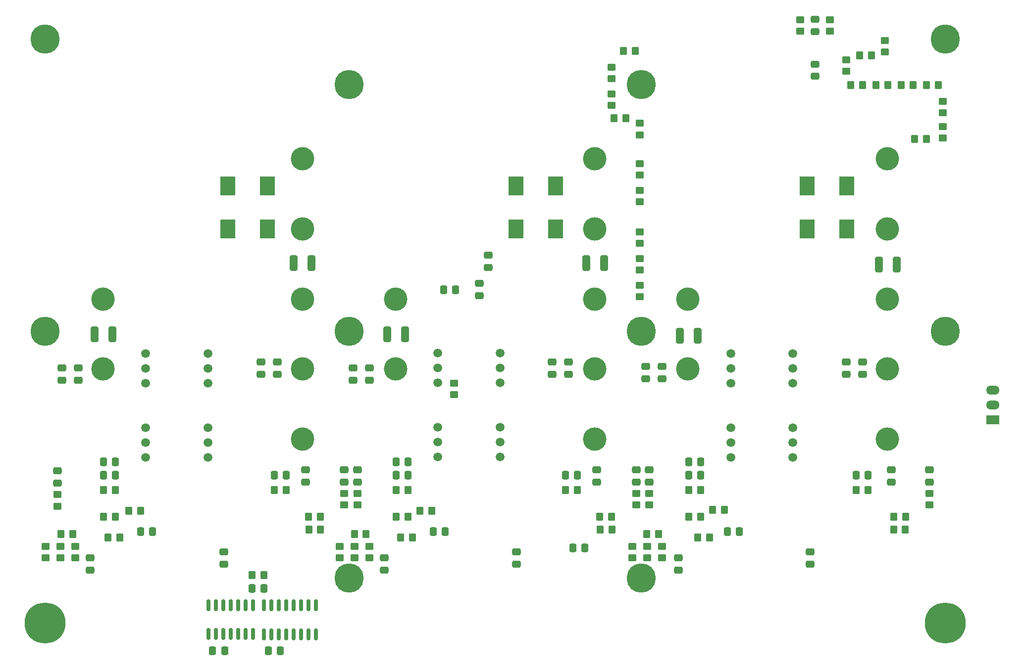
<source format=gbr>
%TF.GenerationSoftware,KiCad,Pcbnew,(6.0.1)*%
%TF.CreationDate,2023-03-21T10:56:38+03:00*%
%TF.ProjectId,Driver_SKiM459GD12E4 V2,44726976-6572-45f5-934b-694d34353947,rev?*%
%TF.SameCoordinates,Original*%
%TF.FileFunction,Soldermask,Bot*%
%TF.FilePolarity,Negative*%
%FSLAX46Y46*%
G04 Gerber Fmt 4.6, Leading zero omitted, Abs format (unit mm)*
G04 Created by KiCad (PCBNEW (6.0.1)) date 2023-03-21 10:56:38*
%MOMM*%
%LPD*%
G01*
G04 APERTURE LIST*
G04 Aperture macros list*
%AMRoundRect*
0 Rectangle with rounded corners*
0 $1 Rounding radius*
0 $2 $3 $4 $5 $6 $7 $8 $9 X,Y pos of 4 corners*
0 Add a 4 corners polygon primitive as box body*
4,1,4,$2,$3,$4,$5,$6,$7,$8,$9,$2,$3,0*
0 Add four circle primitives for the rounded corners*
1,1,$1+$1,$2,$3*
1,1,$1+$1,$4,$5*
1,1,$1+$1,$6,$7*
1,1,$1+$1,$8,$9*
0 Add four rect primitives between the rounded corners*
20,1,$1+$1,$2,$3,$4,$5,0*
20,1,$1+$1,$4,$5,$6,$7,0*
20,1,$1+$1,$6,$7,$8,$9,0*
20,1,$1+$1,$8,$9,$2,$3,0*%
G04 Aperture macros list end*
%ADD10C,1.500000*%
%ADD11C,5.000000*%
%ADD12C,7.000000*%
%ADD13R,2.300000X1.500000*%
%ADD14O,2.300000X1.500000*%
%ADD15RoundRect,0.250000X0.450000X-0.350000X0.450000X0.350000X-0.450000X0.350000X-0.450000X-0.350000X0*%
%ADD16C,4.000000*%
%ADD17RoundRect,0.250000X-0.350000X-0.450000X0.350000X-0.450000X0.350000X0.450000X-0.350000X0.450000X0*%
%ADD18RoundRect,0.250000X-0.337500X-0.475000X0.337500X-0.475000X0.337500X0.475000X-0.337500X0.475000X0*%
%ADD19RoundRect,0.250000X0.350000X0.450000X-0.350000X0.450000X-0.350000X-0.450000X0.350000X-0.450000X0*%
%ADD20RoundRect,0.250000X0.337500X0.475000X-0.337500X0.475000X-0.337500X-0.475000X0.337500X-0.475000X0*%
%ADD21RoundRect,0.250000X0.475000X-0.337500X0.475000X0.337500X-0.475000X0.337500X-0.475000X-0.337500X0*%
%ADD22RoundRect,0.250000X-0.475000X0.337500X-0.475000X-0.337500X0.475000X-0.337500X0.475000X0.337500X0*%
%ADD23RoundRect,0.250000X-0.450000X0.350000X-0.450000X-0.350000X0.450000X-0.350000X0.450000X0.350000X0*%
%ADD24R,2.500000X3.300000*%
%ADD25RoundRect,0.250000X0.400000X1.075000X-0.400000X1.075000X-0.400000X-1.075000X0.400000X-1.075000X0*%
%ADD26RoundRect,0.250000X-0.400000X-1.075000X0.400000X-1.075000X0.400000X1.075000X-0.400000X1.075000X0*%
%ADD27RoundRect,0.150000X-0.150000X0.850000X-0.150000X-0.850000X0.150000X-0.850000X0.150000X0.850000X0*%
%ADD28RoundRect,0.150000X-0.150000X0.825000X-0.150000X-0.825000X0.150000X-0.825000X0.150000X0.825000X0*%
G04 APERTURE END LIST*
D10*
%TO.C,D16*%
X90754000Y-114808000D03*
X90754000Y-112268000D03*
X90754000Y-109728000D03*
X90754000Y-102108000D03*
X90754000Y-99568000D03*
X90754000Y-97028000D03*
%TD*%
D11*
%TO.C,H5*%
X216862000Y-43214000D03*
%TD*%
%TO.C,H6*%
X164862000Y-135464000D03*
%TD*%
D10*
%TO.C,D15*%
X80086000Y-114808000D03*
X80086000Y-112268000D03*
X80086000Y-109728000D03*
X80086000Y-102108000D03*
X80086000Y-99568000D03*
X80086000Y-97028000D03*
%TD*%
D11*
%TO.C,H1*%
X164862000Y-50964000D03*
%TD*%
%TO.C,H2*%
X114862000Y-93214000D03*
%TD*%
%TO.C,H10*%
X216862000Y-93214000D03*
%TD*%
D12*
%TO.C,H11*%
X216862000Y-143214000D03*
%TD*%
D11*
%TO.C,H4*%
X62862000Y-93214000D03*
%TD*%
%TO.C,H8*%
X114862000Y-135464000D03*
%TD*%
%TO.C,H7*%
X114862000Y-50964000D03*
%TD*%
D10*
%TO.C,D31*%
X190782000Y-114808000D03*
X190782000Y-112268000D03*
X190782000Y-109728000D03*
X190782000Y-102108000D03*
X190782000Y-99568000D03*
X190782000Y-97028000D03*
%TD*%
%TO.C,D32*%
X180162000Y-114808000D03*
X180162000Y-112268000D03*
X180162000Y-109728000D03*
X180162000Y-102108000D03*
X180162000Y-99568000D03*
X180162000Y-97028000D03*
%TD*%
%TO.C,D29*%
X130048000Y-114730000D03*
X130048000Y-112190000D03*
X130048000Y-109650000D03*
X130048000Y-102030000D03*
X130048000Y-99490000D03*
X130048000Y-96950000D03*
%TD*%
D12*
%TO.C,H12*%
X62862000Y-143214000D03*
%TD*%
D10*
%TO.C,D30*%
X140668000Y-114730000D03*
X140668000Y-112190000D03*
X140668000Y-109650000D03*
X140668000Y-102030000D03*
X140668000Y-99490000D03*
X140668000Y-96950000D03*
%TD*%
D11*
%TO.C,H9*%
X62862000Y-43214000D03*
%TD*%
D13*
%TO.C,U2*%
X224965500Y-108365000D03*
D14*
X224965500Y-105825000D03*
X224965500Y-103285000D03*
%TD*%
D11*
%TO.C,H3*%
X164862000Y-93214000D03*
%TD*%
D15*
%TO.C,R117*%
X206502000Y-45450000D03*
X206502000Y-43450000D03*
%TD*%
D16*
%TO.C,J27*%
X172812000Y-99722000D03*
%TD*%
D17*
%TO.C,R67*%
X122952000Y-120396000D03*
X124952000Y-120396000D03*
%TD*%
D16*
%TO.C,J23*%
X156912000Y-99722000D03*
%TD*%
D18*
%TO.C,C69*%
X172952500Y-117856000D03*
X175027500Y-117856000D03*
%TD*%
D19*
%TO.C,R109*%
X202676000Y-51054000D03*
X200676000Y-51054000D03*
%TD*%
D20*
%TO.C,C1*%
X74951500Y-115570000D03*
X72876500Y-115570000D03*
%TD*%
D21*
%TO.C,C71*%
X214122000Y-119037500D03*
X214122000Y-116962500D03*
%TD*%
D16*
%TO.C,J26*%
X156912000Y-63722000D03*
%TD*%
D21*
%TO.C,C9*%
X70612000Y-134133500D03*
X70612000Y-132058500D03*
%TD*%
%TO.C,C35*%
X152400000Y-100605500D03*
X152400000Y-98530500D03*
%TD*%
D19*
%TO.C,R137*%
X100314000Y-135001000D03*
X98314000Y-135001000D03*
%TD*%
D16*
%TO.C,J19*%
X106912000Y-63722000D03*
%TD*%
D15*
%TO.C,R111*%
X199898000Y-48752000D03*
X199898000Y-46752000D03*
%TD*%
%TO.C,R127*%
X62992000Y-132064000D03*
X62992000Y-130064000D03*
%TD*%
D17*
%TO.C,R132*%
X165800000Y-128000000D03*
X167800000Y-128000000D03*
%TD*%
D22*
%TO.C,C28*%
X65786000Y-99546500D03*
X65786000Y-101621500D03*
%TD*%
D16*
%TO.C,J17*%
X106912000Y-87722000D03*
%TD*%
D17*
%TO.C,R17*%
X77232000Y-123952000D03*
X79232000Y-123952000D03*
%TD*%
D23*
%TO.C,R69*%
X164000000Y-121000000D03*
X164000000Y-123000000D03*
%TD*%
D15*
%TO.C,R94*%
X115824000Y-132064000D03*
X115824000Y-130064000D03*
%TD*%
D21*
%TO.C,C70*%
X166200000Y-119037500D03*
X166200000Y-116962500D03*
%TD*%
D17*
%TO.C,R97*%
X211598000Y-60325000D03*
X213598000Y-60325000D03*
%TD*%
D18*
%TO.C,C11*%
X72876500Y-117856000D03*
X74951500Y-117856000D03*
%TD*%
D21*
%TO.C,C10*%
X93472000Y-133117500D03*
X93472000Y-131042500D03*
%TD*%
%TO.C,C62*%
X116332000Y-119037500D03*
X116332000Y-116962500D03*
%TD*%
D15*
%TO.C,R112*%
X159766000Y-54594000D03*
X159766000Y-52594000D03*
%TD*%
D21*
%TO.C,C83*%
X171196000Y-134133500D03*
X171196000Y-132058500D03*
%TD*%
D24*
%TO.C,D2*%
X100936000Y-68326000D03*
X94136000Y-68326000D03*
%TD*%
D16*
%TO.C,J25*%
X156912000Y-75722000D03*
%TD*%
D20*
%TO.C,C30*%
X124989500Y-115570000D03*
X122914500Y-115570000D03*
%TD*%
D19*
%TO.C,R120*%
X163814000Y-45212000D03*
X161814000Y-45212000D03*
%TD*%
D15*
%TO.C,R104*%
X164600000Y-87344000D03*
X164600000Y-85344000D03*
%TD*%
D22*
%TO.C,C46*%
X199898000Y-98530500D03*
X199898000Y-100605500D03*
%TD*%
D15*
%TO.C,R93*%
X118364000Y-132064000D03*
X118364000Y-130064000D03*
%TD*%
D16*
%TO.C,J33*%
X206912000Y-63722000D03*
%TD*%
D23*
%TO.C,R101*%
X164592000Y-69104000D03*
X164592000Y-71104000D03*
%TD*%
D15*
%TO.C,R13*%
X68072000Y-132064000D03*
X68072000Y-130064000D03*
%TD*%
D16*
%TO.C,J28*%
X172812000Y-87722000D03*
%TD*%
%TO.C,J21*%
X122812000Y-87722000D03*
%TD*%
D19*
%TO.C,R83*%
X210042000Y-124968000D03*
X208042000Y-124968000D03*
%TD*%
D18*
%TO.C,C61*%
X122914500Y-117856000D03*
X124989500Y-117856000D03*
%TD*%
D17*
%TO.C,R19*%
X72914000Y-120396000D03*
X74914000Y-120396000D03*
%TD*%
D25*
%TO.C,R48*%
X124486000Y-93726000D03*
X121386000Y-93726000D03*
%TD*%
D18*
%TO.C,C7*%
X79226500Y-127508000D03*
X81301500Y-127508000D03*
%TD*%
D21*
%TO.C,C79*%
X120904000Y-134133500D03*
X120904000Y-132058500D03*
%TD*%
D18*
%TO.C,C77*%
X129264500Y-127508000D03*
X131339500Y-127508000D03*
%TD*%
D17*
%TO.C,R95*%
X123714000Y-128524000D03*
X125714000Y-128524000D03*
%TD*%
D21*
%TO.C,C45*%
X202692000Y-100605500D03*
X202692000Y-98530500D03*
%TD*%
D23*
%TO.C,R81*%
X214122000Y-121000000D03*
X214122000Y-123000000D03*
%TD*%
D18*
%TO.C,C94*%
X91545500Y-147955000D03*
X93620500Y-147955000D03*
%TD*%
D24*
%TO.C,D28*%
X199996000Y-75692000D03*
X193196000Y-75692000D03*
%TD*%
D21*
%TO.C,C80*%
X143510000Y-133117500D03*
X143510000Y-131042500D03*
%TD*%
D24*
%TO.C,D27*%
X200000000Y-68400000D03*
X193200000Y-68400000D03*
%TD*%
D19*
%TO.C,R82*%
X210000000Y-127200000D03*
X208000000Y-127200000D03*
%TD*%
D16*
%TO.C,J18*%
X106912000Y-75722000D03*
%TD*%
D20*
%TO.C,C72*%
X203637500Y-117856000D03*
X201562500Y-117856000D03*
%TD*%
D19*
%TO.C,R66*%
X124952000Y-124968000D03*
X122952000Y-124968000D03*
%TD*%
D22*
%TO.C,C38*%
X115570000Y-99546500D03*
X115570000Y-101621500D03*
%TD*%
%TO.C,C98*%
X138684000Y-80242500D03*
X138684000Y-82317500D03*
%TD*%
%TO.C,C36*%
X149606000Y-98530500D03*
X149606000Y-100605500D03*
%TD*%
D19*
%TO.C,R107*%
X206994000Y-51054000D03*
X204994000Y-51054000D03*
%TD*%
D23*
%TO.C,R102*%
X164600000Y-76200000D03*
X164600000Y-78200000D03*
%TD*%
D15*
%TO.C,R113*%
X192024000Y-41894000D03*
X192024000Y-39894000D03*
%TD*%
D21*
%TO.C,C84*%
X193675000Y-133117500D03*
X193675000Y-131042500D03*
%TD*%
D25*
%TO.C,R64*%
X174524000Y-93980000D03*
X171424000Y-93980000D03*
%TD*%
D24*
%TO.C,D21*%
X150212000Y-68326000D03*
X143412000Y-68326000D03*
%TD*%
D21*
%TO.C,C12*%
X65000000Y-119237500D03*
X65000000Y-117162500D03*
%TD*%
%TO.C,C21*%
X102600000Y-100605500D03*
X102600000Y-98530500D03*
%TD*%
D25*
%TO.C,R32*%
X74448000Y-93726000D03*
X71348000Y-93726000D03*
%TD*%
D19*
%TO.C,R23*%
X109966000Y-124968000D03*
X107966000Y-124968000D03*
%TD*%
%TO.C,R110*%
X162200000Y-56800000D03*
X160200000Y-56800000D03*
%TD*%
D21*
%TO.C,C4*%
X107400000Y-119037500D03*
X107400000Y-116962500D03*
%TD*%
%TO.C,C99*%
X194525000Y-49587500D03*
X194525000Y-47512500D03*
%TD*%
D23*
%TO.C,R21*%
X114046000Y-121000000D03*
X114046000Y-123000000D03*
%TD*%
D20*
%TO.C,C29*%
X175027500Y-115570000D03*
X172952500Y-115570000D03*
%TD*%
D18*
%TO.C,C96*%
X131042500Y-86106000D03*
X133117500Y-86106000D03*
%TD*%
D16*
%TO.C,J30*%
X206912000Y-99722000D03*
%TD*%
D17*
%TO.C,R128*%
X65600000Y-128000000D03*
X67600000Y-128000000D03*
%TD*%
D16*
%TO.C,J22*%
X156912000Y-111722000D03*
%TD*%
D17*
%TO.C,R77*%
X177054000Y-123825000D03*
X179054000Y-123825000D03*
%TD*%
D19*
%TO.C,R72*%
X153908000Y-120396000D03*
X151908000Y-120396000D03*
%TD*%
D21*
%TO.C,C47*%
X168402000Y-101367500D03*
X168402000Y-99292500D03*
%TD*%
D16*
%TO.C,J24*%
X156912000Y-87722000D03*
%TD*%
D24*
%TO.C,D22*%
X150212000Y-75692000D03*
X143412000Y-75692000D03*
%TD*%
D15*
%TO.C,R98*%
X216408000Y-60182000D03*
X216408000Y-58182000D03*
%TD*%
D17*
%TO.C,R115*%
X202200000Y-45974000D03*
X204200000Y-45974000D03*
%TD*%
D18*
%TO.C,C95*%
X101070500Y-147955000D03*
X103145500Y-147955000D03*
%TD*%
D26*
%TO.C,R31*%
X105384000Y-81534000D03*
X108484000Y-81534000D03*
%TD*%
D16*
%TO.C,J13*%
X72812000Y-99722000D03*
%TD*%
D15*
%TO.C,R133*%
X168402000Y-132064000D03*
X168402000Y-130064000D03*
%TD*%
%TO.C,R14*%
X65532000Y-132064000D03*
X65532000Y-130064000D03*
%TD*%
D16*
%TO.C,J14*%
X72812000Y-87722000D03*
%TD*%
D19*
%TO.C,R71*%
X159750000Y-124968000D03*
X157750000Y-124968000D03*
%TD*%
D15*
%TO.C,R134*%
X165862000Y-132064000D03*
X165862000Y-130064000D03*
%TD*%
D21*
%TO.C,C86*%
X194564000Y-41931500D03*
X194564000Y-39856500D03*
%TD*%
D17*
%TO.C,R79*%
X172990000Y-120396000D03*
X174990000Y-120396000D03*
%TD*%
D24*
%TO.C,D6*%
X100936000Y-75692000D03*
X94136000Y-75692000D03*
%TD*%
D19*
%TO.C,R78*%
X174990000Y-124968000D03*
X172990000Y-124968000D03*
%TD*%
D23*
%TO.C,R80*%
X166200000Y-121000000D03*
X166200000Y-123000000D03*
%TD*%
D19*
%TO.C,R24*%
X104124000Y-120396000D03*
X102124000Y-120396000D03*
%TD*%
D21*
%TO.C,C13*%
X114046000Y-119037500D03*
X114046000Y-116962500D03*
%TD*%
D16*
%TO.C,J32*%
X206912000Y-75722000D03*
%TD*%
D23*
%TO.C,R68*%
X116332000Y-121000000D03*
X116332000Y-123000000D03*
%TD*%
D18*
%TO.C,C81*%
X179556500Y-127508000D03*
X181631500Y-127508000D03*
%TD*%
D20*
%TO.C,C93*%
X100351500Y-137287000D03*
X98276500Y-137287000D03*
%TD*%
D16*
%TO.C,J20*%
X122812000Y-99722000D03*
%TD*%
D15*
%TO.C,R106*%
X164592000Y-66532000D03*
X164592000Y-64532000D03*
%TD*%
D16*
%TO.C,J31*%
X206912000Y-87722000D03*
%TD*%
D21*
%TO.C,C39*%
X207600000Y-119037500D03*
X207600000Y-116962500D03*
%TD*%
%TO.C,C37*%
X118364000Y-101621500D03*
X118364000Y-99546500D03*
%TD*%
D20*
%TO.C,C64*%
X153945500Y-117856000D03*
X151870500Y-117856000D03*
%TD*%
D19*
%TO.C,R84*%
X203600000Y-120396000D03*
X201600000Y-120396000D03*
%TD*%
D21*
%TO.C,C40*%
X157200000Y-119037500D03*
X157200000Y-116962500D03*
%TD*%
D22*
%TO.C,C48*%
X165608000Y-99292500D03*
X165608000Y-101367500D03*
%TD*%
D15*
%TO.C,R108*%
X164600000Y-59600000D03*
X164600000Y-57600000D03*
%TD*%
%TO.C,R141*%
X132842000Y-104124000D03*
X132842000Y-102124000D03*
%TD*%
D16*
%TO.C,J16*%
X106912000Y-99722000D03*
%TD*%
D23*
%TO.C,R103*%
X164600000Y-80772000D03*
X164600000Y-82772000D03*
%TD*%
D19*
%TO.C,R70*%
X159800000Y-127200000D03*
X157800000Y-127200000D03*
%TD*%
D16*
%TO.C,J29*%
X206912000Y-111722000D03*
%TD*%
D27*
%TO.C,D52*%
X100330000Y-140121000D03*
X101600000Y-140121000D03*
X102870000Y-140121000D03*
X104140000Y-140121000D03*
X105410000Y-140121000D03*
X106680000Y-140121000D03*
X107950000Y-140121000D03*
X109220000Y-140121000D03*
X109220000Y-145121000D03*
X107950000Y-145121000D03*
X106680000Y-145121000D03*
X105410000Y-145121000D03*
X104140000Y-145121000D03*
X102870000Y-145121000D03*
X101600000Y-145121000D03*
X100330000Y-145121000D03*
%TD*%
D21*
%TO.C,C27*%
X68580000Y-101621500D03*
X68580000Y-99546500D03*
%TD*%
D22*
%TO.C,C97*%
X137160000Y-85068500D03*
X137160000Y-87143500D03*
%TD*%
D15*
%TO.C,R99*%
X216408000Y-55864000D03*
X216408000Y-53864000D03*
%TD*%
D18*
%TO.C,C100*%
X153140500Y-130302000D03*
X155215500Y-130302000D03*
%TD*%
D15*
%TO.C,R131*%
X163322000Y-132064000D03*
X163322000Y-130064000D03*
%TD*%
D17*
%TO.C,R15*%
X73676000Y-128524000D03*
X75676000Y-128524000D03*
%TD*%
D26*
%TO.C,R63*%
X205460000Y-81788000D03*
X208560000Y-81788000D03*
%TD*%
D17*
%TO.C,R100*%
X213630000Y-51054000D03*
X215630000Y-51054000D03*
%TD*%
D15*
%TO.C,R116*%
X159766000Y-50022000D03*
X159766000Y-48022000D03*
%TD*%
D17*
%TO.C,R65*%
X127016000Y-123952000D03*
X129016000Y-123952000D03*
%TD*%
D28*
%TO.C,D51*%
X90805000Y-140146000D03*
X92075000Y-140146000D03*
X93345000Y-140146000D03*
X94615000Y-140146000D03*
X95885000Y-140146000D03*
X97155000Y-140146000D03*
X98425000Y-140146000D03*
X98425000Y-145096000D03*
X97155000Y-145096000D03*
X95885000Y-145096000D03*
X94615000Y-145096000D03*
X93345000Y-145096000D03*
X92075000Y-145096000D03*
X90805000Y-145096000D03*
%TD*%
D21*
%TO.C,C63*%
X164000000Y-119037500D03*
X164000000Y-116962500D03*
%TD*%
D19*
%TO.C,R105*%
X211312000Y-51054000D03*
X209312000Y-51054000D03*
%TD*%
D17*
%TO.C,R92*%
X115800000Y-128000000D03*
X117800000Y-128000000D03*
%TD*%
%TO.C,R135*%
X174514000Y-128524000D03*
X176514000Y-128524000D03*
%TD*%
D19*
%TO.C,R18*%
X74914000Y-124968000D03*
X72914000Y-124968000D03*
%TD*%
D26*
%TO.C,R47*%
X155422000Y-81534000D03*
X158522000Y-81534000D03*
%TD*%
D22*
%TO.C,C22*%
X99822000Y-98530500D03*
X99822000Y-100605500D03*
%TD*%
D19*
%TO.C,R22*%
X110000000Y-127200000D03*
X108000000Y-127200000D03*
%TD*%
D15*
%TO.C,R91*%
X113284000Y-132064000D03*
X113284000Y-130064000D03*
%TD*%
D16*
%TO.C,J15*%
X106912000Y-111722000D03*
%TD*%
D20*
%TO.C,C14*%
X104161500Y-117856000D03*
X102086500Y-117856000D03*
%TD*%
D23*
%TO.C,R114*%
X197104000Y-39894000D03*
X197104000Y-41894000D03*
%TD*%
%TO.C,R20*%
X65000000Y-121200000D03*
X65000000Y-123200000D03*
%TD*%
M02*

</source>
